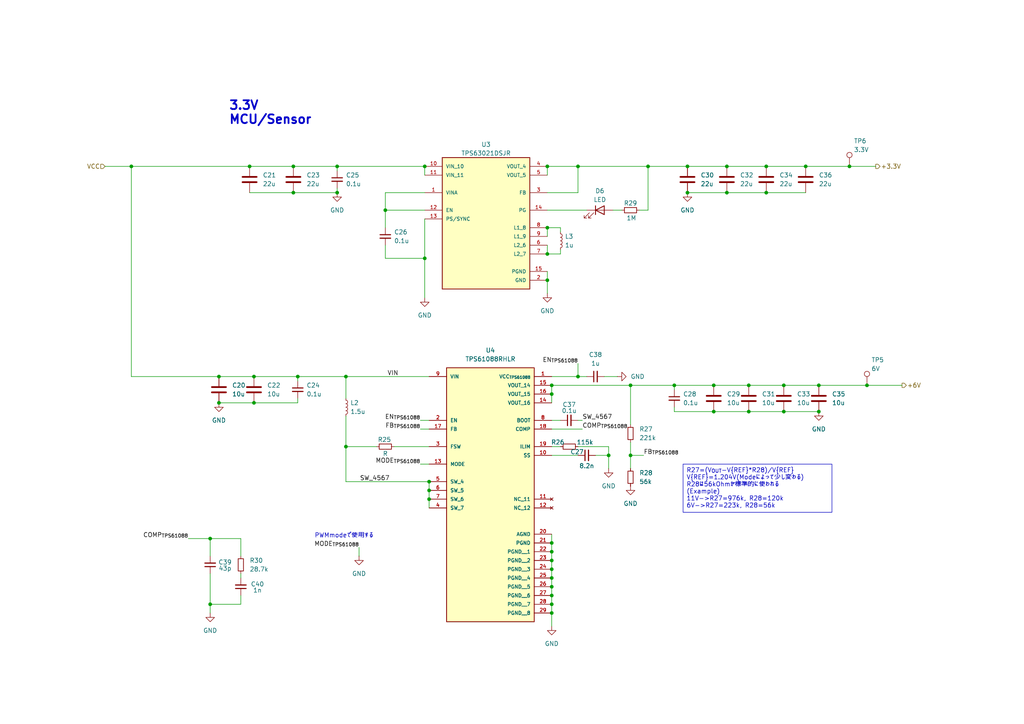
<source format=kicad_sch>
(kicad_sch (version 20231120) (generator "eeschema") (generator_version "8.0")
  (paper "A4")
  (lib_symbols
    (symbol "Connector:TestPoint" (pin_numbers hide) (pin_names (offset 0.762) hide)
      (property "Reference" "TP" (at 0 6.858 0))
      (property "Value" "TestPoint" (at 0 5.08 0))
      (symbol "TestPoint_0_1"
        (circle (center 0 3.302) (radius 0.762))
      )
      (symbol "TestPoint_1_1"
        (pin passive line (at 0 0 90) (length 2.54) (name "1") (number "1"))
      )
    )
    (symbol "Device:C" (pin_numbers hide) (pin_names (offset 0.254))
      (property "Reference" "C" (at 0.635 2.54 0))
      (property "Value" "C" (at 0.635 -2.54 0))
      (symbol "C_0_1"
        (polyline (pts (xy -2.032 -0.762) (xy 2.032 -0.762)) (stroke (width 0.508)))
        (polyline (pts (xy -2.032 0.762) (xy 2.032 0.762)) (stroke (width 0.508)))
      )
      (symbol "C_1_1"
        (pin passive line (at 0 3.81 270) (length 2.794) (name "~") (number "1"))
        (pin passive line (at 0 -3.81 90) (length 2.794) (name "~") (number "2"))
      )
    )
    (symbol "Device:C_Small" (pin_numbers hide) (pin_names (offset 0.254) hide)
      (property "Reference" "C" (at 0.254 1.778 0))
      (property "Value" "C_Small" (at 0.254 -2.032 0))
      (symbol "C_Small_0_1"
        (polyline (pts (xy -1.524 -0.508) (xy 1.524 -0.508)) (stroke (width 0.3302)))
        (polyline (pts (xy -1.524 0.508) (xy 1.524 0.508)) (stroke (width 0.3048)))
      )
      (symbol "C_Small_1_1"
        (pin passive line (at 0 2.54 270) (length 2.032) (name "~") (number "1"))
        (pin passive line (at 0 -2.54 90) (length 2.032) (name "~") (number "2"))
      )
    )
    (symbol "Device:LED" (pin_numbers hide) (pin_names (offset 1.016) hide)
      (property "Reference" "D" (at 0 2.54 0))
      (property "Value" "LED" (at 0 -2.54 0))
      (symbol "LED_0_1"
        (polyline (pts (xy -1.27 -1.27) (xy -1.27 1.27)) (stroke (width 0.254)))
        (polyline (pts (xy -1.27 0) (xy 1.27 0)))
        (polyline (pts (xy 1.27 -1.27) (xy 1.27 1.27) (xy -1.27 0) (xy 1.27 -1.27)) (stroke (width 0.254)))
        (polyline (pts (xy -3.048 -0.762) (xy -4.572 -2.286) (xy -3.81 -2.286) (xy -4.572 -2.286) (xy -4.572 -1.524)))
        (polyline (pts (xy -1.778 -0.762) (xy -3.302 -2.286) (xy -2.54 -2.286) (xy -3.302 -2.286) (xy -3.302 -1.524)))
      )
      (symbol "LED_1_1"
        (pin passive line (at -3.81 0 0) (length 2.54) (name "K") (number "1"))
        (pin passive line (at 3.81 0 180) (length 2.54) (name "A") (number "2"))
      )
    )
    (symbol "Device:L_Small" (pin_numbers hide) (pin_names (offset 0.254) hide)
      (property "Reference" "L" (at 0.762 1.016 0))
      (property "Value" "L_Small" (at 0.762 -1.016 0))
      (symbol "L_Small_0_1"
        (arc (start 0 -2.032) (mid 0.5058 -1.524) (end 0 -1.016))
        (arc (start 0 -1.016) (mid 0.5058 -0.508) (end 0 0))
        (arc (start 0 0) (mid 0.5058 0.508) (end 0 1.016))
        (arc (start 0 1.016) (mid 0.5058 1.524) (end 0 2.032))
      )
      (symbol "L_Small_1_1"
        (pin passive line (at 0 2.54 270) (length 0.508) (name "~") (number "1"))
        (pin passive line (at 0 -2.54 90) (length 0.508) (name "~") (number "2"))
      )
    )
    (symbol "Device:R_Small" (pin_numbers hide) (pin_names (offset 0.254) hide)
      (property "Reference" "R" (at 0.762 0.508 0))
      (property "Value" "R_Small" (at 0.762 -1.016 0))
      (symbol "R_Small_0_1"
        (rectangle (start -0.762 1.778) (end 0.762 -1.778) (stroke (width 0.2032)))
      )
      (symbol "R_Small_1_1"
        (pin passive line (at 0 2.54 270) (length 0.762) (name "~") (number "1"))
        (pin passive line (at 0 -2.54 90) (length 0.762) (name "~") (number "2"))
      )
    )
    (symbol "TPS61088RHLR:TPS61088RHLR" (pin_names (offset 1.016))
      (property "Reference" "U2" (at 0 30.48 0))
      (property "Value" "TPS61088RHLR" (at 0 27.94 0))
      (symbol "TPS61088RHLR_0_0"
        (rectangle (start -12.7 -48.26) (end 12.7 25.4) (stroke (width 0.254)) (fill (type background)))
        (pin output line (at 17.78 0 180) (length 5.08) (name "SS") (number "10"))
        (pin no_connect line (at 17.78 -12.7 180) (length 5.08) (name "NC_11") (number "11"))
        (pin no_connect line (at 17.78 -15.24 180) (length 5.08) (name "NC_12") (number "12"))
        (pin input line (at -17.78 -2.54 0) (length 5.08) (name "MODE") (number "13"))
        (pin output line (at 17.78 15.24 180) (length 5.08) (name "VOUT_16") (number "14"))
        (pin output line (at 17.78 20.32 180) (length 5.08) (name "VOUT_14") (number "15"))
        (pin output line (at 17.78 17.78 180) (length 5.08) (name "VOUT_15") (number "16"))
        (pin input line (at -17.78 7.62 0) (length 5.08) (name "FB") (number "17"))
        (pin output line (at 17.78 7.62 180) (length 5.08) (name "COMP") (number "18"))
        (pin output line (at 17.78 2.54 180) (length 5.08) (name "ILIM") (number "19"))
        (pin input line (at -17.78 10.16 0) (length 5.08) (name "EN") (number "2"))
        (pin power_in line (at 17.78 -22.86 180) (length 5.08) (name "AGND") (number "20"))
        (pin power_in line (at 17.78 -25.4 180) (length 5.08) (name "PGND") (number "21"))
        (pin power_in line (at 17.78 -27.94 180) (length 5.08) (name "PGND__1") (number "22"))
        (pin power_in line (at 17.78 -30.48 180) (length 5.08) (name "PGND__2") (number "23"))
        (pin power_in line (at 17.78 -33.02 180) (length 5.08) (name "PGND__3") (number "24"))
        (pin power_in line (at 17.78 -35.56 180) (length 5.08) (name "PGND__4") (number "25"))
        (pin power_in line (at 17.78 -38.1 180) (length 5.08) (name "PGND__5") (number "26"))
        (pin power_in line (at 17.78 -40.64 180) (length 5.08) (name "PGND__6") (number "27"))
        (pin power_in line (at 17.78 -43.18 180) (length 5.08) (name "PGND__7") (number "28"))
        (pin power_in line (at 17.78 -45.72 180) (length 5.08) (name "PGND__8") (number "29"))
        (pin input line (at -17.78 2.54 0) (length 5.08) (name "FSW") (number "3"))
        (pin input line (at -17.78 -15.24 0) (length 5.08) (name "SW_7") (number "4"))
        (pin input line (at -17.78 -7.62 0) (length 5.08) (name "SW_4") (number "5"))
        (pin input line (at -17.78 -10.16 0) (length 5.08) (name "SW_5") (number "6"))
        (pin input line (at -17.78 -12.7 0) (length 5.08) (name "SW_6") (number "7"))
        (pin output line (at 17.78 10.16 180) (length 5.08) (name "BOOT") (number "8"))
        (pin input line (at -17.78 22.86 0) (length 5.08) (name "VIN") (number "9"))
      )
      (symbol "TPS61088RHLR_1_0"
        (pin output line (at 17.78 22.86 180) (length 5.08) (name "VCC_{TPS61088}") (number "1"))
      )
    )
    (symbol "TPS63021DSJR:TPS63021DSJR" (pin_names (offset 1.016))
      (property "Reference" "U" (at -12.7 19.05 0))
      (property "Value" "TPS63021DSJR" (at -12.7 -21.59 0))
      (symbol "TPS63021DSJR_0_0"
        (rectangle (start -12.7 -20.32) (end 12.7 17.78) (stroke (width 0.254)) (fill (type background)))
        (pin input line (at -17.78 7.62 0) (length 5.08) (name "VINA") (number "1"))
        (pin input line (at -17.78 15.24 0) (length 5.08) (name "VIN_10") (number "10"))
        (pin input line (at -17.78 12.7 0) (length 5.08) (name "VIN_11") (number "11"))
        (pin input line (at -17.78 2.54 0) (length 5.08) (name "EN") (number "12"))
        (pin input line (at -17.78 0 0) (length 5.08) (name "PS/SYNC") (number "13"))
        (pin output line (at 17.78 2.54 180) (length 5.08) (name "PG") (number "14"))
        (pin power_in line (at 17.78 -15.24 180) (length 5.08) (name "PGND") (number "15"))
        (pin power_in line (at 17.78 -17.78 180) (length 5.08) (name "GND") (number "2"))
        (pin input line (at 17.78 7.62 180) (length 5.08) (name "FB") (number "3"))
        (pin output line (at 17.78 15.24 180) (length 5.08) (name "VOUT_4") (number "4"))
        (pin output line (at 17.78 12.7 180) (length 5.08) (name "VOUT_5") (number "5"))
        (pin passive line (at 17.78 -7.62 180) (length 5.08) (name "L2_6") (number "6"))
        (pin passive line (at 17.78 -10.16 180) (length 5.08) (name "L2_7") (number "7"))
        (pin passive line (at 17.78 -2.54 180) (length 5.08) (name "L1_8") (number "8"))
        (pin passive line (at 17.78 -5.08 180) (length 5.08) (name "L1_9") (number "9"))
      )
    )
    (symbol "power:GND" (power) (pin_numbers hide) (pin_names (offset 0) hide)
      (property "Value" "GND" (at 0 -3.81 0))
      (symbol "GND_0_1"
        (polyline (pts (xy 0 0) (xy 0 -1.27) (xy 1.27 -1.27) (xy 0 -2.54) (xy -1.27 -1.27) (xy 0 -1.27)))
      )
      (symbol "GND_1_1"
        (pin power_in line (at 0 0 270) (length 0) (name "~") (number "1"))
      )
    )
  )
  (junction (at 210.82 55.88))
  (junction (at 97.79 55.88))
  (junction (at 158.75 81.28))
  (junction (at 217.17 111.76))
  (junction (at 199.39 55.88))
  (junction (at 222.25 55.88))
  (junction (at 123.19 48.26))
  (junction (at 199.39 48.26))
  (junction (at 160.02 165.1))
  (junction (at 227.33 119.38))
  (junction (at 60.96 156.21))
  (junction (at 246.38 48.26))
  (junction (at 176.53 132.08))
  (junction (at 210.82 48.26))
  (junction (at 73.66 116.84))
  (junction (at 100.33 109.22))
  (junction (at 60.96 175.26))
  (junction (at 63.5 109.22))
  (junction (at 167.64 109.22))
  (junction (at 217.17 119.38))
  (junction (at 158.75 48.26))
  (junction (at 227.33 111.76))
  (junction (at 237.49 119.38))
  (junction (at 100.33 129.54))
  (junction (at 207.01 111.76))
  (junction (at 160.02 162.56))
  (junction (at 73.66 109.22))
  (junction (at 72.39 48.26))
  (junction (at 124.46 144.78))
  (junction (at 160.02 172.72))
  (junction (at 182.88 111.76))
  (junction (at 85.09 55.88))
  (junction (at 160.02 160.02))
  (junction (at 111.76 60.96))
  (junction (at 158.75 66.04))
  (junction (at 160.02 170.18))
  (junction (at 233.68 48.26))
  (junction (at 160.02 167.64))
  (junction (at 187.96 48.26))
  (junction (at 160.02 177.8))
  (junction (at 123.19 74.93))
  (junction (at 85.09 48.26))
  (junction (at 195.58 111.76))
  (junction (at 160.02 175.26))
  (junction (at 207.01 119.38))
  (junction (at 237.49 111.76))
  (junction (at 38.1 48.26))
  (junction (at 86.36 109.22))
  (junction (at 222.25 48.26))
  (junction (at 251.46 111.76))
  (junction (at 97.79 48.26))
  (junction (at 124.46 142.24))
  (junction (at 182.88 132.08))
  (junction (at 160.02 157.48))
  (junction (at 158.75 73.66))
  (junction (at 124.46 139.7))
  (junction (at 160.02 114.3))
  (junction (at 63.5 116.84))
  (junction (at 167.64 48.26))
  (junction (at 160.02 111.76))
  (wire (pts (xy 182.88 128.27) (xy 182.88 132.08)))
  (wire (pts (xy 121.92 121.92) (xy 124.46 121.92)))
  (wire (pts (xy 100.33 129.54) (xy 109.22 129.54)))
  (wire (pts (xy 69.85 172.72) (xy 69.85 175.26)))
  (wire (pts (xy 210.82 55.88) (xy 222.25 55.88)))
  (wire (pts (xy 100.33 139.7) (xy 124.46 139.7)))
  (wire (pts (xy 195.58 111.76) (xy 207.01 111.76)))
  (wire (pts (xy 182.88 132.08) (xy 182.88 135.89)))
  (wire (pts (xy 60.96 156.21) (xy 69.85 156.21)))
  (wire (pts (xy 160.02 160.02) (xy 160.02 162.56)))
  (wire (pts (xy 158.75 73.66) (xy 162.56 73.66)))
  (wire (pts (xy 207.01 119.38) (xy 217.17 119.38)))
  (wire (pts (xy 199.39 55.88) (xy 210.82 55.88)))
  (wire (pts (xy 195.58 119.38) (xy 207.01 119.38)))
  (wire (pts (xy 160.02 172.72) (xy 160.02 175.26)))
  (wire (pts (xy 158.75 48.26) (xy 167.64 48.26)))
  (wire (pts (xy 176.53 135.89) (xy 176.53 132.08)))
  (wire (pts (xy 104.14 161.29) (xy 104.14 158.75)))
  (wire (pts (xy 160.02 162.56) (xy 160.02 165.1)))
  (wire (pts (xy 167.64 105.41) (xy 167.64 109.22)))
  (wire (pts (xy 63.5 116.84) (xy 73.66 116.84)))
  (wire (pts (xy 111.76 71.12) (xy 111.76 74.93)))
  (wire (pts (xy 123.19 55.88) (xy 111.76 55.88)))
  (wire (pts (xy 124.46 142.24) (xy 124.46 144.78)))
  (wire (pts (xy 63.5 109.22) (xy 73.66 109.22)))
  (wire (pts (xy 160.02 154.94) (xy 160.02 157.48)))
  (wire (pts (xy 86.36 109.22) (xy 100.33 109.22)))
  (wire (pts (xy 207.01 111.76) (xy 217.17 111.76)))
  (wire (pts (xy 227.33 119.38) (xy 237.49 119.38)))
  (wire (pts (xy 86.36 109.22) (xy 86.36 110.49)))
  (wire (pts (xy 160.02 175.26) (xy 160.02 177.8)))
  (wire (pts (xy 158.75 55.88) (xy 167.64 55.88)))
  (wire (pts (xy 160.02 109.22) (xy 167.64 109.22)))
  (wire (pts (xy 121.92 134.62) (xy 124.46 134.62)))
  (wire (pts (xy 100.33 115.57) (xy 100.33 109.22)))
  (wire (pts (xy 114.3 129.54) (xy 124.46 129.54)))
  (wire (pts (xy 38.1 48.26) (xy 72.39 48.26)))
  (wire (pts (xy 158.75 71.12) (xy 158.75 73.66)))
  (wire (pts (xy 160.02 170.18) (xy 160.02 172.72)))
  (wire (pts (xy 158.75 81.28) (xy 158.75 85.09)))
  (wire (pts (xy 172.72 132.08) (xy 176.53 132.08)))
  (wire (pts (xy 185.42 60.96) (xy 187.96 60.96)))
  (wire (pts (xy 160.02 167.64) (xy 160.02 170.18)))
  (wire (pts (xy 30.48 48.26) (xy 38.1 48.26)))
  (wire (pts (xy 168.91 124.46) (xy 160.02 124.46)))
  (wire (pts (xy 162.56 121.92) (xy 160.02 121.92)))
  (wire (pts (xy 195.58 118.11) (xy 195.58 119.38)))
  (wire (pts (xy 85.09 48.26) (xy 97.79 48.26)))
  (wire (pts (xy 187.96 48.26) (xy 199.39 48.26)))
  (wire (pts (xy 97.79 49.53) (xy 97.79 48.26)))
  (wire (pts (xy 167.64 48.26) (xy 187.96 48.26)))
  (wire (pts (xy 69.85 156.21) (xy 69.85 161.29)))
  (wire (pts (xy 167.64 55.88) (xy 167.64 48.26)))
  (wire (pts (xy 123.19 48.26) (xy 123.19 50.8)))
  (wire (pts (xy 111.76 60.96) (xy 111.76 66.04)))
  (wire (pts (xy 97.79 48.26) (xy 123.19 48.26)))
  (wire (pts (xy 168.91 121.92) (xy 167.64 121.92)))
  (wire (pts (xy 38.1 109.22) (xy 38.1 48.26)))
  (wire (pts (xy 167.64 132.08) (xy 160.02 132.08)))
  (wire (pts (xy 100.33 139.7) (xy 100.33 129.54)))
  (wire (pts (xy 160.02 157.48) (xy 160.02 160.02)))
  (wire (pts (xy 60.96 175.26) (xy 69.85 175.26)))
  (wire (pts (xy 158.75 66.04) (xy 162.56 66.04)))
  (wire (pts (xy 97.79 54.61) (xy 97.79 55.88)))
  (wire (pts (xy 60.96 166.37) (xy 60.96 175.26)))
  (wire (pts (xy 179.07 109.22) (xy 175.26 109.22)))
  (wire (pts (xy 111.76 55.88) (xy 111.76 60.96)))
  (wire (pts (xy 72.39 55.88) (xy 85.09 55.88)))
  (wire (pts (xy 160.02 111.76) (xy 182.88 111.76)))
  (wire (pts (xy 222.25 55.88) (xy 233.68 55.88)))
  (wire (pts (xy 124.46 139.7) (xy 124.46 142.24)))
  (wire (pts (xy 38.1 109.22) (xy 63.5 109.22)))
  (wire (pts (xy 72.39 48.26) (xy 85.09 48.26)))
  (wire (pts (xy 176.53 132.08) (xy 176.53 129.54)))
  (wire (pts (xy 100.33 129.54) (xy 100.33 120.65)))
  (wire (pts (xy 177.8 60.96) (xy 180.34 60.96)))
  (wire (pts (xy 246.38 48.26) (xy 254 48.26)))
  (wire (pts (xy 162.56 72.39) (xy 162.56 73.66)))
  (wire (pts (xy 237.49 111.76) (xy 251.46 111.76)))
  (wire (pts (xy 60.96 156.21) (xy 60.96 161.29)))
  (wire (pts (xy 158.75 66.04) (xy 158.75 68.58)))
  (wire (pts (xy 86.36 115.57) (xy 86.36 116.84)))
  (wire (pts (xy 222.25 48.26) (xy 233.68 48.26)))
  (wire (pts (xy 69.85 166.37) (xy 69.85 167.64)))
  (wire (pts (xy 73.66 116.84) (xy 86.36 116.84)))
  (wire (pts (xy 60.96 175.26) (xy 60.96 177.8)))
  (wire (pts (xy 124.46 144.78) (xy 124.46 147.32)))
  (wire (pts (xy 251.46 111.76) (xy 261.62 111.76)))
  (wire (pts (xy 182.88 111.76) (xy 195.58 111.76)))
  (wire (pts (xy 160.02 165.1) (xy 160.02 167.64)))
  (wire (pts (xy 162.56 129.54) (xy 160.02 129.54)))
  (wire (pts (xy 73.66 109.22) (xy 86.36 109.22)))
  (wire (pts (xy 121.92 124.46) (xy 124.46 124.46)))
  (wire (pts (xy 186.69 132.08) (xy 182.88 132.08)))
  (wire (pts (xy 176.53 129.54) (xy 167.64 129.54)))
  (wire (pts (xy 170.18 109.22) (xy 167.64 109.22)))
  (wire (pts (xy 160.02 177.8) (xy 160.02 181.61)))
  (wire (pts (xy 217.17 111.76) (xy 227.33 111.76)))
  (wire (pts (xy 182.88 111.76) (xy 182.88 123.19)))
  (wire (pts (xy 54.61 156.21) (xy 60.96 156.21)))
  (wire (pts (xy 199.39 48.26) (xy 210.82 48.26)))
  (wire (pts (xy 111.76 60.96) (xy 123.19 60.96)))
  (wire (pts (xy 195.58 111.76) (xy 195.58 113.03)))
  (wire (pts (xy 233.68 48.26) (xy 246.38 48.26)))
  (wire (pts (xy 97.79 55.88) (xy 85.09 55.88)))
  (wire (pts (xy 160.02 111.76) (xy 160.02 114.3)))
  (wire (pts (xy 227.33 111.76) (xy 237.49 111.76)))
  (wire (pts (xy 123.19 63.5) (xy 123.19 74.93)))
  (wire (pts (xy 158.75 60.96) (xy 170.18 60.96)))
  (wire (pts (xy 111.76 74.93) (xy 123.19 74.93)))
  (wire (pts (xy 160.02 114.3) (xy 160.02 116.84)))
  (wire (pts (xy 162.56 67.31) (xy 162.56 66.04)))
  (wire (pts (xy 217.17 119.38) (xy 227.33 119.38)))
  (wire (pts (xy 123.19 74.93) (xy 123.19 86.36)))
  (wire (pts (xy 187.96 60.96) (xy 187.96 48.26)))
  (wire (pts (xy 158.75 78.74) (xy 158.75 81.28)))
  (wire (pts (xy 100.33 109.22) (xy 124.46 109.22)))
  (wire (pts (xy 210.82 48.26) (xy 222.25 48.26)))
  (wire (pts (xy 158.75 48.26) (xy 158.75 50.8)))
  (text_box "R27=(V_{OUT}-V{REF}*R28)/V{REF}\nV{REF}=1.204V(Modeによって少し変わる)\nR28は56kOhmが標準的に使われる\n(Example)\n11V->R27=976k, R28=120k\n6V->R27=223k, R28=56k\n" (at 198.12 134.62 0) (size 43.18 13.97) (effects (font (size 1.27 1.27)) (justify left top)))
  (text "PWMmodeで使用する" (at 99.822 155.448 0) (effects (font (size 1.27 1.27))))
  (text "3.3V\nMCU/Sensor" (at 66.294 32.766 0) (effects (font (size 2.54 2.54) (thickness 0.508) (bold yes)) (justify left)))
  (label "SW_4567" (at 113.03 139.7 180))
  (label "FB_{TPS61088}" (at 121.92 124.46 180))
  (label "MODE_{TPS61088}" (at 104.14 158.75 180))
  (label "EN_{TPS61088}" (at 167.64 105.41 180))
  (label "COMP_{TPS61088}" (at 54.61 156.21 180))
  (label "COMP_{TPS61088}" (at 168.91 124.46 0))
  (label "VIN" (at 115.57 109.22 180))
  (label "MODE_{TPS61088}" (at 121.92 134.62 180))
  (label "FB_{TPS61088}" (at 186.69 132.08 0))
  (label "SW_4567" (at 168.91 121.92 0))
  (label "EN_{TPS61088}" (at 121.92 121.92 180))
  (hierarchical_label "+3.3V" (shape output) (at 254 48.26 0))
  (hierarchical_label "+6V" (shape output) (at 261.62 111.76 0))
  (hierarchical_label "VCC" (shape input) (at 30.48 48.26 180))
  (symbol (lib_id "power:GND") (at 237.49 119.38 0) (unit 1)
    (property "Reference" "#PWR055" (effects (hide yes)))
    (property "Value" "GND" (at 237.49 124.46 0))
    (property "Description" "Power symbol creates a global label with name \"GND\" , ground" (effects (hide yes)))
  )
  (symbol (lib_id "Connector:TestPoint") (at 246.38 48.26 0) (unit 1)
    (property "Reference" "TP6" (at 247.65 40.894 0) (effects (justify left)))
    (property "Value" "3.3V" (at 247.65 43.434 0) (effects (justify left)))
    (property "Footprint" "Connector_Pin:Pin_D1.1mm_L8.5mm_W2.5mm_FlatFork" (effects (hide yes)))
    (property "Description" "test point" (effects (hide yes)))
  )
  (symbol (lib_id "Device:R_Small") (at 69.85 163.83 0) (unit 1)
    (property "Reference" "R30" (at 72.39 162.5599 0) (effects (justify left)))
    (property "Value" "28.7k" (at 72.39 165.0999 0) (effects (justify left)))
    (property "Footprint" "Resistor_SMD:R_0603_1608Metric_Pad0.98x0.95mm_HandSolder" (effects (hide yes)))
    (property "Description" "Resistor, small symbol" (effects (hide yes)))
  )
  (symbol (lib_id "power:GND") (at 97.79 55.88 0) (unit 1)
    (property "Reference" "#PWR048" (effects (hide yes)))
    (property "Value" "GND" (at 97.79 60.96 0))
    (property "Description" "Power symbol creates a global label with name \"GND\" , ground" (effects (hide yes)))
  )
  (symbol (lib_id "Device:C") (at 207.01 115.57 0) (unit 1)
    (property "Reference" "C29" (at 210.82 114.2999 0) (effects (justify left)))
    (property "Value" "10u" (at 210.82 116.8399 0) (effects (justify left)))
    (property "Footprint" "Capacitor_SMD:C_0805_2012Metric_Pad1.18x1.45mm_HandSolder" (effects (hide yes)))
    (property "Description" "Unpolarized capacitor" (effects (hide yes)))
  )
  (symbol (lib_id "Device:C_Small") (at 111.76 68.58 0) (unit 1)
    (property "Reference" "C26" (at 114.3 67.3162 0) (effects (justify left)))
    (property "Value" "0.1u" (at 114.3 69.8562 0) (effects (justify left)))
    (property "Footprint" "Capacitor_SMD:C_0603_1608Metric_Pad1.08x0.95mm_HandSolder" (effects (hide yes)))
    (property "Description" "Unpolarized capacitor, small symbol" (effects (hide yes)))
  )
  (symbol (lib_id "Device:C") (at 237.49 115.57 0) (unit 1)
    (property "Reference" "C35" (at 241.3 114.2999 0) (effects (justify left)))
    (property "Value" "10u" (at 241.3 116.8399 0) (effects (justify left)))
    (property "Footprint" "Capacitor_SMD:C_0805_2012Metric_Pad1.18x1.45mm_HandSolder" (effects (hide yes)))
    (property "Description" "Unpolarized capacitor" (effects (hide yes)))
  )
  (symbol (lib_id "Device:C_Small") (at 195.58 115.57 0) (unit 1)
    (property "Reference" "C28" (at 198.12 114.3062 0) (effects (justify left)))
    (property "Value" "0.1u" (at 198.12 116.8462 0) (effects (justify left)))
    (property "Footprint" "Capacitor_SMD:C_0603_1608Metric_Pad1.08x0.95mm_HandSolder" (effects (hide yes)))
    (property "Description" "Unpolarized capacitor, small symbol" (effects (hide yes)))
  )
  (symbol (lib_id "power:GND") (at 123.19 86.36 0) (unit 1)
    (property "Reference" "#PWR049" (effects (hide yes)))
    (property "Value" "GND" (at 123.19 91.44 0))
    (property "Description" "Power symbol creates a global label with name \"GND\" , ground" (effects (hide yes)))
  )
  (symbol (lib_id "Device:C_Small") (at 170.18 132.08 90) (unit 1)
    (property "Reference" "C27" (at 167.386 131.064 90))
    (property "Value" "8.2n" (at 170.18 135.128 90))
    (property "Footprint" "Capacitor_SMD:C_0603_1608Metric_Pad1.08x0.95mm_HandSolder" (effects (hide yes)))
    (property "Description" "Unpolarized capacitor, small symbol" (effects (hide yes)))
  )
  (symbol (lib_id "Device:C_Small") (at 97.79 52.07 0) (unit 1)
    (property "Reference" "C25" (at 100.33 50.8062 0) (effects (justify left)))
    (property "Value" "0.1u" (at 100.33 53.3462 0) (effects (justify left)))
    (property "Footprint" "Capacitor_SMD:C_0603_1608Metric_Pad1.08x0.95mm_HandSolder" (effects (hide yes)))
    (property "Description" "Unpolarized capacitor, small symbol" (effects (hide yes)))
  )
  (symbol (lib_id "Device:R_Small") (at 111.76 129.54 90) (unit 1)
    (property "Reference" "R25" (at 111.506 127.508 90))
    (property "Value" "R" (at 111.76 131.572 90))
    (property "Footprint" "Resistor_SMD:R_0603_1608Metric_Pad0.98x0.95mm_HandSolder" (effects (hide yes)))
    (property "Description" "Resistor, small symbol" (effects (hide yes)))
  )
  (symbol (lib_id "Device:C") (at 217.17 115.57 0) (unit 1)
    (property "Reference" "C31" (at 220.98 114.2999 0) (effects (justify left)))
    (property "Value" "10u" (at 220.98 116.8399 0) (effects (justify left)))
    (property "Footprint" "Capacitor_SMD:C_0805_2012Metric_Pad1.18x1.45mm_HandSolder" (effects (hide yes)))
    (property "Description" "Unpolarized capacitor" (effects (hide yes)))
  )
  (symbol (lib_id "Device:C_Small") (at 172.72 109.22 90) (unit 1)
    (property "Reference" "C38" (at 172.7263 102.87 90))
    (property "Value" "1u" (at 172.7263 105.41 90))
    (property "Footprint" "Capacitor_SMD:C_0603_1608Metric_Pad1.08x0.95mm_HandSolder" (effects (hide yes)))
    (property "Description" "Unpolarized capacitor, small symbol" (effects (hide yes)))
  )
  (symbol (lib_id "Connector:TestPoint") (at 251.46 111.76 0) (unit 1)
    (property "Reference" "TP5" (at 252.73 104.394 0) (effects (justify left)))
    (property "Value" "6V" (at 252.73 106.934 0) (effects (justify left)))
    (property "Footprint" "Connector_Pin:Pin_D1.1mm_L8.5mm_W2.5mm_FlatFork" (effects (hide yes)))
    (property "Description" "test point" (effects (hide yes)))
  )
  (symbol (lib_id "power:GND") (at 199.39 55.88 0) (unit 1)
    (property "Reference" "#PWR054" (effects (hide yes)))
    (property "Value" "GND" (at 199.39 60.96 0))
    (property "Description" "Power symbol creates a global label with name \"GND\" , ground" (effects (hide yes)))
  )
  (symbol (lib_id "Device:R_Small") (at 182.88 60.96 90) (unit 1)
    (property "Reference" "R29" (at 182.88 58.928 90))
    (property "Value" "1M" (at 183.134 63.246 90))
    (property "Footprint" "Resistor_SMD:R_0603_1608Metric_Pad0.98x0.95mm_HandSolder" (effects (hide yes)))
    (property "Description" "Resistor, small symbol" (effects (hide yes)))
  )
  (symbol (lib_id "Device:C") (at 227.33 115.57 0) (unit 1)
    (property "Reference" "C33" (at 231.14 114.2999 0) (effects (justify left)))
    (property "Value" "10u" (at 231.14 116.8399 0) (effects (justify left)))
    (property "Footprint" "Capacitor_SMD:C_0805_2012Metric_Pad1.18x1.45mm_HandSolder" (effects (hide yes)))
    (property "Description" "Unpolarized capacitor" (effects (hide yes)))
  )
  (symbol (lib_id "Device:C_Small") (at 60.96 163.83 180) (unit 1)
    (property "Reference" "C39" (at 65.278 163.068 0))
    (property "Value" "43p" (at 65.278 164.846 0))
    (property "Footprint" "Capacitor_SMD:C_0603_1608Metric_Pad1.08x0.95mm_HandSolder" (effects (hide yes)))
    (property "Description" "Unpolarized capacitor, small symbol" (effects (hide yes)))
  )
  (symbol (lib_id "power:GND") (at 60.96 177.8 0) (unit 1)
    (property "Reference" "#PWR067" (effects (hide yes)))
    (property "Value" "GND" (at 60.96 182.88 0))
    (property "Description" "Power symbol creates a global label with name \"GND\" , ground" (effects (hide yes)))
  )
  (symbol (lib_id "Device:C_Small") (at 86.36 113.03 0) (unit 1)
    (property "Reference" "C24" (at 88.9 111.7662 0) (effects (justify left)))
    (property "Value" "0.1u" (at 88.9 114.3062 0) (effects (justify left)))
    (property "Footprint" "Capacitor_SMD:C_0603_1608Metric_Pad1.08x0.95mm_HandSolder" (effects (hide yes)))
    (property "Description" "Unpolarized capacitor, small symbol" (effects (hide yes)))
  )
  (symbol (lib_id "Device:C_Small") (at 165.1 121.92 90) (unit 1)
    (property "Reference" "C37" (at 165.1 117.348 90))
    (property "Value" "0.1u" (at 165.1 119.126 90))
    (property "Footprint" "Capacitor_SMD:C_0603_1608Metric_Pad1.08x0.95mm_HandSolder" (effects (hide yes)))
    (property "Description" "Unpolarized capacitor, small symbol" (effects (hide yes)))
  )
  (symbol (lib_id "Device:C") (at 85.09 52.07 0) (unit 1)
    (property "Reference" "C23" (at 88.9 50.7999 0) (effects (justify left)))
    (property "Value" "22u" (at 88.9 53.3399 0) (effects (justify left)))
    (property "Footprint" "Capacitor_SMD:C_0805_2012Metric_Pad1.18x1.45mm_HandSolder" (effects (hide yes)))
    (property "Description" "Unpolarized capacitor" (effects (hide yes)))
  )
  (symbol (lib_id "Device:R_Small") (at 182.88 138.43 0) (unit 1)
    (property "Reference" "R28" (at 185.42 137.1599 0) (effects (justify left)))
    (property "Value" "56k" (at 185.42 139.6999 0) (effects (justify left)))
    (property "Footprint" "Resistor_SMD:R_0603_1608Metric_Pad0.98x0.95mm_HandSolder" (effects (hide yes)))
    (property "Description" "Resistor, small symbol" (effects (hide yes)))
  )
  (symbol (lib_id "Device:R_Small") (at 165.1 129.54 90) (unit 1)
    (property "Reference" "R26" (at 161.798 128.27 90))
    (property "Value" "115k" (at 169.672 128.27 90))
    (property "Footprint" "Resistor_SMD:R_0603_1608Metric_Pad0.98x0.95mm_HandSolder" (effects (hide yes)))
    (property "Description" "Resistor, small symbol" (effects (hide yes)))
  )
  (symbol (lib_id "Device:C") (at 210.82 52.07 0) (unit 1)
    (property "Reference" "C32" (at 214.63 50.7999 0) (effects (justify left)))
    (property "Value" "22u" (at 214.63 53.3399 0) (effects (justify left)))
    (property "Footprint" "Capacitor_SMD:C_0805_2012Metric_Pad1.18x1.45mm_HandSolder" (effects (hide yes)))
    (property "Description" "Unpolarized capacitor" (effects (hide yes)))
  )
  (symbol (lib_id "Device:C") (at 72.39 52.07 0) (unit 1)
    (property "Reference" "C21" (at 76.2 50.7999 0) (effects (justify left)))
    (property "Value" "22u" (at 76.2 53.3399 0) (effects (justify left)))
    (property "Footprint" "Capacitor_SMD:C_0805_2012Metric_Pad1.18x1.45mm_HandSolder" (effects (hide yes)))
    (property "Description" "Unpolarized capacitor" (effects (hide yes)))
  )
  (symbol (lib_id "Device:C") (at 63.5 113.03 0) (unit 1)
    (property "Reference" "C20" (at 67.31 111.7599 0) (effects (justify left)))
    (property "Value" "10u" (at 67.31 114.2999 0) (effects (justify left)))
    (property "Footprint" "Capacitor_SMD:C_0805_2012Metric_Pad1.18x1.45mm_HandSolder" (effects (hide yes)))
    (property "Description" "Unpolarized capacitor" (effects (hide yes)))
  )
  (symbol (lib_id "power:GND") (at 104.14 161.29 0) (unit 1)
    (property "Reference" "#PWR068" (effects (hide yes)))
    (property "Value" "GND" (at 104.14 166.37 0))
    (property "Description" "Power symbol creates a global label with name \"GND\" , ground" (effects (hide yes)))
  )
  (symbol (lib_id "power:GND") (at 179.07 109.22 90) (unit 1)
    (property "Reference" "#PWR066" (effects (hide yes)))
    (property "Value" "GND" (at 182.88 109.2199 90) (effects (justify right)))
    (property "Description" "Power symbol creates a global label with name \"GND\" , ground" (effects (hide yes)))
  )
  (symbol (lib_id "TPS61088RHLR:TPS61088RHLR") (at 142.24 132.08 0) (unit 1)
    (property "Reference" "U4" (at 142.24 101.6 0))
    (property "Value" "TPS61088RHLR" (at 142.24 104.14 0))
    (property "Footprint" "TPS61088RHLR:IC_TPS61088RHLR" (effects (hide yes)))
    (property "PARTREV" "4219071/A 05/2017" (effects (hide yes)))
    (property "STANDARD" "Manufacturer Recommendations" (effects (hide yes)))
    (property "MAXIMUM_PACKAGE_HEIGHT" "1.00mm" (effects (hide yes)))
    (property "MANUFACTURER" "Texas Instruments" (effects (hide yes)))
  )
  (symbol (lib_id "power:GND") (at 182.88 140.97 0) (unit 1)
    (property "Reference" "#PWR053" (effects (hide yes)))
    (property "Value" "GND" (at 182.88 146.05 0))
    (property "Description" "Power symbol creates a global label with name \"GND\" , ground" (effects (hide yes)))
  )
  (symbol (lib_id "Device:LED") (at 173.99 60.96 0) (unit 1)
    (property "Reference" "D6" (at 173.99 55.372 0))
    (property "Value" "LED" (at 173.99 57.912 0))
    (property "Footprint" "LED_SMD:LED_0603_1608Metric" (effects (hide yes)))
    (property "Description" "Light emitting diode" (effects (hide yes)))
  )
  (symbol (lib_id "Device:C") (at 199.39 52.07 0) (unit 1)
    (property "Reference" "C30" (at 203.2 50.7999 0) (effects (justify left)))
    (property "Value" "22u" (at 203.2 53.3399 0) (effects (justify left)))
    (property "Footprint" "Capacitor_SMD:C_0805_2012Metric_Pad1.18x1.45mm_HandSolder" (effects (hide yes)))
    (property "Description" "Unpolarized capacitor" (effects (hide yes)))
  )
  (symbol (lib_id "Device:L_Small") (at 162.56 69.85 0) (unit 1)
    (property "Reference" "L3" (at 163.83 68.5799 0) (effects (justify left)))
    (property "Value" "1u" (at 163.83 71.1199 0) (effects (justify left)))
    (property "Footprint" "Inductor_SMD:L_1210_3225Metric_Pad1.42x2.65mm_HandSolder" (effects (hide yes)))
  )
  (symbol (lib_id "power:GND") (at 158.75 85.09 0) (unit 1)
    (property "Reference" "#PWR050" (effects (hide yes)))
    (property "Value" "GND" (at 158.75 90.17 0))
    (property "Description" "Power symbol creates a global label with name \"GND\" , ground" (effects (hide yes)))
  )
  (symbol (lib_id "power:GND") (at 160.02 181.61 0) (unit 1)
    (property "Reference" "#PWR051" (effects (hide yes)))
    (property "Value" "GND" (at 160.02 186.69 0))
    (property "Description" "Power symbol creates a global label with name \"GND\" , ground" (effects (hide yes)))
  )
  (symbol (lib_id "TPS63021DSJR:TPS63021DSJR") (at 140.97 63.5 0) (unit 1)
    (property "Reference" "U3" (at 140.97 41.91 0))
    (property "Value" "TPS63021DSJR" (at 140.97 44.45 0))
    (property "Footprint" "TPS63021DSJR:IC_TPS63021DSJR" (effects (hide yes)))
    (property "MFANUFACTURER" "Texas Instruments" (effects (hide yes)))
    (property "MOUSER-PURCHASE-URL" "https://snapeda.com/shop?store=Mouser&id=296571" (effects (hide yes)))
    (property "TEXAS_INSTRUMENTS-PURCHASE-URL" "https://snapeda.com/shop?store=Texas+Instruments&id=296571" (effects (hide yes)))
    (property "PACKAGE" "VSON-14 Texas Instruments" (effects (hide yes)))
    (property "PRICE" "None" (effects (hide yes)))
    (property "STANDARD" "Manufacturer Recommendations" (effects (hide yes)))
    (property "PARTREV" "I" (effects (hide yes)))
    (property "MP" "TPS63021DSJR" (effects (hide yes)))
    (property "DIGIKEY-PURCHASE-URL" "https://snapeda.com/shop?store=DigiKey&id=296571" (effects (hide yes)))
    (property "MAXIMUM_PACKAGE_HEIGHT" "1.00mm" (effects (hide yes)))
    (property "AVAILABILITY" "Good" (effects (hide yes)))
    (property "DESCRIPTION" "High Efficiency Single Inductor Buck-Boost Converter with 4A Switch 14-VSON -40 to 85" (effects (hide yes)))
  )
  (symbol (lib_id "Device:C") (at 73.66 113.03 0) (unit 1)
    (property "Reference" "C22" (at 77.47 111.7599 0) (effects (justify left)))
    (property "Value" "10u" (at 77.47 114.2999 0) (effects (justify left)))
    (property "Footprint" "Capacitor_SMD:C_0805_2012Metric_Pad1.18x1.45mm_HandSolder" (effects (hide yes)))
    (property "Description" "Unpolarized capacitor" (effects (hide yes)))
  )
  (symbol (lib_id "Device:C") (at 222.25 52.07 0) (unit 1)
    (property "Reference" "C34" (at 226.06 50.7999 0) (effects (justify left)))
    (property "Value" "22u" (at 226.06 53.3399 0) (effects (justify left)))
    (property "Footprint" "Capacitor_SMD:C_0805_2012Metric_Pad1.18x1.45mm_HandSolder" (effects (hide yes)))
    (property "Description" "Unpolarized capacitor" (effects (hide yes)))
  )
  (symbol (lib_id "power:GND") (at 63.5 116.84 0) (unit 1)
    (property "Reference" "#PWR047" (effects (hide yes)))
    (property "Value" "GND" (at 63.5 121.92 0))
    (property "Description" "Power symbol creates a global label with name \"GND\" , ground" (effects (hide yes)))
  )
  (symbol (lib_id "power:GND") (at 176.53 135.89 0) (unit 1)
    (property "Reference" "#PWR052" (effects (hide yes)))
    (property "Value" "GND" (at 176.53 140.97 0))
    (property "Description" "Power symbol creates a global label with name \"GND\" , ground" (effects (hide yes)))
  )
  (symbol (lib_id "Device:C_Small") (at 69.85 170.18 180) (unit 1)
    (property "Reference" "C40" (at 74.676 169.418 0))
    (property "Value" "1n" (at 74.676 171.196 0))
    (property "Footprint" "Capacitor_SMD:C_0603_1608Metric_Pad1.08x0.95mm_HandSolder" (effects (hide yes)))
    (property "Description" "Unpolarized capacitor, small symbol" (effects (hide yes)))
  )
  (symbol (lib_id "Device:L_Small") (at 100.33 118.11 0) (unit 1)
    (property "Reference" "L2" (at 101.6 116.8399 0) (effects (justify left)))
    (property "Value" "1.5u" (at 101.6 119.3799 0) (effects (justify left)))
    (property "Footprint" "Inductor_SMD:L_Vishay_IHLP-1616" (effects (hide yes)))
    (property "Description" "IHLP1616ABER1R5M11" (effects (hide yes)))
  )
  (symbol (lib_id "Device:C") (at 233.68 52.07 0) (unit 1)
    (property "Reference" "C36" (at 237.49 50.7999 0) (effects (justify left)))
    (property "Value" "22u" (at 237.49 53.3399 0) (effects (justify left)))
    (property "Footprint" "Capacitor_SMD:C_0805_2012Metric_Pad1.18x1.45mm_HandSolder" (effects (hide yes)))
    (property "Description" "Unpolarized capacitor" (effects (hide yes)))
  )
  (symbol (lib_id "Device:R_Small") (at 182.88 125.73 0) (unit 1)
    (property "Reference" "R27" (at 185.42 124.4599 0) (effects (justify left)))
    (property "Value" "221k" (at 185.42 126.9999 0) (effects (justify left)))
    (property "Footprint" "Resistor_SMD:R_0603_1608Metric_Pad0.98x0.95mm_HandSolder" (effects (hide yes)))
    (property "Description" "Resistor, small symbol" (effects (hide yes)))
  )
)
</source>
